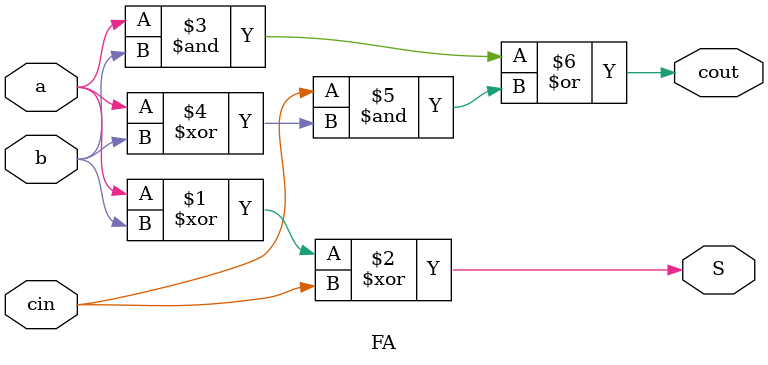
<source format=v>
module adder_49bit(in1, in2, S, Cout);

input	[48:0]	in1,in2;
output	[48:0]	S;
output			Cout;

wire	[48:1]	temp_c;

FA FA_0(.a(in1[0]), .b(in2[0]), .cin(1'b0), .S(S[0]), .cout(temp_c[1]));
FA FA_1(.a(in1[1]), .b(in2[1]), .cin(temp_c[1]), .S(S[1]), .cout(temp_c[2]));
FA FA_2(.a(in1[2]), .b(in2[2]), .cin(temp_c[2]), .S(S[2]), .cout(temp_c[3]));
FA FA_3(.a(in1[3]), .b(in2[3]), .cin(temp_c[3]), .S(S[3]), .cout(temp_c[4]));
FA FA_4(.a(in1[4]), .b(in2[4]), .cin(temp_c[4]), .S(S[4]), .cout(temp_c[5]));
FA FA_5(.a(in1[5]), .b(in2[5]), .cin(temp_c[5]), .S(S[5]), .cout(temp_c[6]));
FA FA_6(.a(in1[6]), .b(in2[6]), .cin(temp_c[6]), .S(S[6]), .cout(temp_c[7]));
FA FA_7(.a(in1[7]), .b(in2[7]), .cin(temp_c[7]), .S(S[7]), .cout(temp_c[8]));
FA FA_8(.a(in1[8]), .b(in2[8]), .cin(temp_c[8]), .S(S[8]), .cout(temp_c[9]));
FA FA_9(.a(in1[9]), .b(in2[9]), .cin(temp_c[9]), .S(S[9]), .cout(temp_c[10]));
FA FA_10(.a(in1[10]), .b(in2[10]), .cin(temp_c[10]), .S(S[10]), .cout(temp_c[11]));
FA FA_11(.a(in1[11]), .b(in2[11]), .cin(temp_c[11]), .S(S[11]), .cout(temp_c[12]));
FA FA_12(.a(in1[12]), .b(in2[12]), .cin(temp_c[12]), .S(S[12]), .cout(temp_c[13]));
FA FA_13(.a(in1[13]), .b(in2[13]), .cin(temp_c[13]), .S(S[13]), .cout(temp_c[14]));
FA FA_14(.a(in1[14]), .b(in2[14]), .cin(temp_c[14]), .S(S[14]), .cout(temp_c[15]));
FA FA_15(.a(in1[15]), .b(in2[15]), .cin(temp_c[15]), .S(S[15]), .cout(temp_c[16]));
FA FA_16(.a(in1[16]), .b(in2[16]), .cin(temp_c[16]), .S(S[16]), .cout(temp_c[17]));
FA FA_17(.a(in1[17]), .b(in2[17]), .cin(temp_c[17]), .S(S[17]), .cout(temp_c[18]));
FA FA_18(.a(in1[18]), .b(in2[18]), .cin(temp_c[18]), .S(S[18]), .cout(temp_c[19]));
FA FA_19(.a(in1[19]), .b(in2[19]), .cin(temp_c[19]), .S(S[19]), .cout(temp_c[20]));
FA FA_20(.a(in1[20]), .b(in2[20]), .cin(temp_c[20]), .S(S[20]), .cout(temp_c[21]));
FA FA_21(.a(in1[21]), .b(in2[21]), .cin(temp_c[21]), .S(S[21]), .cout(temp_c[22]));
FA FA_22(.a(in1[22]), .b(in2[22]), .cin(temp_c[22]), .S(S[22]), .cout(temp_c[23]));
FA FA_23(.a(in1[23]), .b(in2[23]), .cin(temp_c[23]), .S(S[23]), .cout(temp_c[24]));
FA FA_24(.a(in1[24]), .b(in2[24]), .cin(temp_c[24]), .S(S[24]), .cout(temp_c[25]));
FA FA_25(.a(in1[25]), .b(in2[25]), .cin(temp_c[25]), .S(S[25]), .cout(temp_c[26]));
FA FA_26(.a(in1[26]), .b(in2[26]), .cin(temp_c[26]), .S(S[26]), .cout(temp_c[27]));
FA FA_27(.a(in1[27]), .b(in2[27]), .cin(temp_c[27]), .S(S[27]), .cout(temp_c[28]));
FA FA_28(.a(in1[28]), .b(in2[28]), .cin(temp_c[28]), .S(S[28]), .cout(temp_c[29]));
FA FA_29(.a(in1[29]), .b(in2[29]), .cin(temp_c[29]), .S(S[29]), .cout(temp_c[30]));
FA FA_30(.a(in1[30]), .b(in2[30]), .cin(temp_c[30]), .S(S[30]), .cout(temp_c[31]));
FA FA_31(.a(in1[31]), .b(in2[31]), .cin(temp_c[31]), .S(S[31]), .cout(temp_c[32]));
FA FA_32(.a(in1[32]), .b(in2[32]), .cin(temp_c[32]), .S(S[32]), .cout(temp_c[33]));
FA FA_33(.a(in1[33]), .b(in2[33]), .cin(temp_c[33]), .S(S[33]), .cout(temp_c[34]));
FA FA_34(.a(in1[34]), .b(in2[34]), .cin(temp_c[34]), .S(S[34]), .cout(temp_c[35]));
FA FA_35(.a(in1[35]), .b(in2[35]), .cin(temp_c[35]), .S(S[35]), .cout(temp_c[36]));
FA FA_36(.a(in1[36]), .b(in2[36]), .cin(temp_c[36]), .S(S[36]), .cout(temp_c[37]));
FA FA_37(.a(in1[37]), .b(in2[37]), .cin(temp_c[37]), .S(S[37]), .cout(temp_c[38]));
FA FA_38(.a(in1[38]), .b(in2[38]), .cin(temp_c[38]), .S(S[38]), .cout(temp_c[39]));
FA FA_39(.a(in1[39]), .b(in2[39]), .cin(temp_c[39]), .S(S[39]), .cout(temp_c[40]));
FA FA_40(.a(in1[40]), .b(in2[40]), .cin(temp_c[40]), .S(S[40]), .cout(temp_c[41]));
FA FA_41(.a(in1[41]), .b(in2[41]), .cin(temp_c[41]), .S(S[41]), .cout(temp_c[42]));
FA FA_42(.a(in1[42]), .b(in2[42]), .cin(temp_c[42]), .S(S[42]), .cout(temp_c[43]));
FA FA_43(.a(in1[43]), .b(in2[43]), .cin(temp_c[43]), .S(S[43]), .cout(temp_c[44]));
FA FA_44(.a(in1[44]), .b(in2[44]), .cin(temp_c[44]), .S(S[44]), .cout(temp_c[45]));
FA FA_45(.a(in1[45]), .b(in2[45]), .cin(temp_c[45]), .S(S[45]), .cout(temp_c[46]));
FA FA_46(.a(in1[46]), .b(in2[46]), .cin(temp_c[46]), .S(S[46]), .cout(temp_c[47]));
FA FA_47(.a(in1[47]), .b(in2[47]), .cin(temp_c[47]), .S(S[47]), .cout(temp_c[48]));
FA FA_48(.a(in1[48]), .b(in2[48]), .cin(temp_c[48]), .S(S[48]), .cout(Cout));

endmodule

//////////////////////////////////////////////////////////////////////////////////////////

module adder_10bit(in1, in2, S, Cout);

input	[9:0]	in1,in2;
output	[9:0]	S;
output			Cout;

wire	[9:1]	temp_c;

FA FA_0(.a(in1[0]), .b(in2[0]), .cin(1'b0), .S(S[0]), .cout(temp_c[1]));
FA FA_1(.a(in1[1]), .b(in2[1]), .cin(temp_c[1]), .S(S[1]), .cout(temp_c[2]));
FA FA_2(.a(in1[2]), .b(in2[2]), .cin(temp_c[2]), .S(S[2]), .cout(temp_c[3]));
FA FA_3(.a(in1[3]), .b(in2[3]), .cin(temp_c[3]), .S(S[3]), .cout(temp_c[4]));
FA FA_4(.a(in1[4]), .b(in2[4]), .cin(temp_c[4]), .S(S[4]), .cout(temp_c[5]));
FA FA_5(.a(in1[5]), .b(in2[5]), .cin(temp_c[5]), .S(S[5]), .cout(temp_c[6]));
FA FA_6(.a(in1[6]), .b(in2[6]), .cin(temp_c[6]), .S(S[6]), .cout(temp_c[7]));
FA FA_7(.a(in1[7]), .b(in2[7]), .cin(temp_c[7]), .S(S[7]), .cout(temp_c[8]));
FA FA_8(.a(in1[8]), .b(in2[8]), .cin(temp_c[8]), .S(S[8]), .cout(temp_c[9]));
FA FA_9(.a(in1[9]), .b(in2[9]), .cin(temp_c[9]), .S(S[9]), .cout(Cout));

endmodule

//////////////////////////////////////////////////////////////////////////////////////

module adder_8bit(in1, in2, S, Cout);

input	[7:0]	in1,in2;
output	[7:0]	S;
output			Cout;

wire	[7:1]	temp_c;

FA FA_0(.a(in1[0]), .b(in2[0]), .cin(1'b0), .S(S[0]), .cout(temp_c[1]));
FA FA_1(.a(in1[1]), .b(in2[1]), .cin(temp_c[1]), .S(S[1]), .cout(temp_c[2]));
FA FA_2(.a(in1[2]), .b(in2[2]), .cin(temp_c[2]), .S(S[2]), .cout(temp_c[3]));
FA FA_3(.a(in1[3]), .b(in2[3]), .cin(temp_c[3]), .S(S[3]), .cout(temp_c[4]));
FA FA_4(.a(in1[4]), .b(in2[4]), .cin(temp_c[4]), .S(S[4]), .cout(temp_c[5]));
FA FA_5(.a(in1[5]), .b(in2[5]), .cin(temp_c[5]), .S(S[5]), .cout(temp_c[6]));
FA FA_6(.a(in1[6]), .b(in2[6]), .cin(temp_c[6]), .S(S[6]), .cout(temp_c[7]));
FA FA_7(.a(in1[7]), .b(in2[7]), .cin(temp_c[7]), .S(S[7]), .cout(Cout));

endmodule

//////////////////////////////////////////////////////////////////////////////////////

module adder_6bit(in1, in2, S, Cout);

input	[5:0]	in1,in2;
output	[5:0]	S;
output			Cout;

wire	[5:1]	temp_c;

FA FA_0(.a(in1[0]), .b(in2[0]), .cin(1'b0), .S(S[0]), .cout(temp_c[1]));
FA FA_1(.a(in1[1]), .b(in2[1]), .cin(temp_c[1]), .S(S[1]), .cout(temp_c[2]));
FA FA_2(.a(in1[2]), .b(in2[2]), .cin(temp_c[2]), .S(S[2]), .cout(temp_c[3]));
FA FA_3(.a(in1[3]), .b(in2[3]), .cin(temp_c[3]), .S(S[3]), .cout(temp_c[4]));
FA FA_4(.a(in1[4]), .b(in2[4]), .cin(temp_c[4]), .S(S[4]), .cout(temp_c[5]));
FA FA_5(.a(in1[5]), .b(in2[5]), .cin(temp_c[5]), .S(S[5]), .cout(Count));

endmodule

//////////////////////////////////////////////////////////////////////////////////////

module FA(a,b,S,cin,cout);

input	a,b,cin;
output	S,cout;

assign S = a^b^cin;
assign cout =  ((a&b) | (cin&(a^b)));

endmodule
</source>
